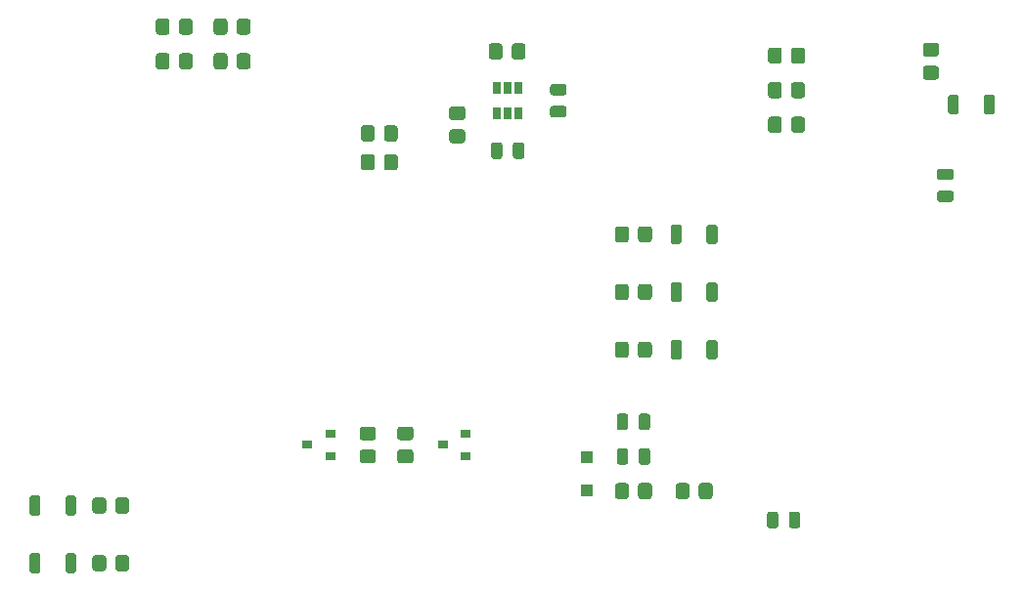
<source format=gbr>
G04 #@! TF.GenerationSoftware,KiCad,Pcbnew,(5.1.8-0-10_14)*
G04 #@! TF.CreationDate,2021-01-31T17:08:47-06:00*
G04 #@! TF.ProjectId,ClimateSprinklerController,436c696d-6174-4655-9370-72696e6b6c65,rev?*
G04 #@! TF.SameCoordinates,Original*
G04 #@! TF.FileFunction,Paste,Bot*
G04 #@! TF.FilePolarity,Positive*
%FSLAX46Y46*%
G04 Gerber Fmt 4.6, Leading zero omitted, Abs format (unit mm)*
G04 Created by KiCad (PCBNEW (5.1.8-0-10_14)) date 2021-01-31 17:08:47*
%MOMM*%
%LPD*%
G01*
G04 APERTURE LIST*
%ADD10R,1.100000X1.100000*%
%ADD11R,0.650000X1.060000*%
%ADD12R,0.900000X0.800000*%
G04 APERTURE END LIST*
G36*
G01*
X140100000Y-70799999D02*
X140100000Y-71700001D01*
G75*
G02*
X139850001Y-71950000I-249999J0D01*
G01*
X139149999Y-71950000D01*
G75*
G02*
X138900000Y-71700001I0J249999D01*
G01*
X138900000Y-70799999D01*
G75*
G02*
X139149999Y-70550000I249999J0D01*
G01*
X139850001Y-70550000D01*
G75*
G02*
X140100000Y-70799999I0J-249999D01*
G01*
G37*
G36*
G01*
X142100000Y-70799999D02*
X142100000Y-71700001D01*
G75*
G02*
X141850001Y-71950000I-249999J0D01*
G01*
X141149999Y-71950000D01*
G75*
G02*
X140900000Y-71700001I0J249999D01*
G01*
X140900000Y-70799999D01*
G75*
G02*
X141149999Y-70550000I249999J0D01*
G01*
X141850001Y-70550000D01*
G75*
G02*
X142100000Y-70799999I0J-249999D01*
G01*
G37*
G36*
G01*
X159549999Y-77150000D02*
X160450001Y-77150000D01*
G75*
G02*
X160700000Y-77399999I0J-249999D01*
G01*
X160700000Y-78100001D01*
G75*
G02*
X160450001Y-78350000I-249999J0D01*
G01*
X159549999Y-78350000D01*
G75*
G02*
X159300000Y-78100001I0J249999D01*
G01*
X159300000Y-77399999D01*
G75*
G02*
X159549999Y-77150000I249999J0D01*
G01*
G37*
G36*
G01*
X159549999Y-75150000D02*
X160450001Y-75150000D01*
G75*
G02*
X160700000Y-75399999I0J-249999D01*
G01*
X160700000Y-76100001D01*
G75*
G02*
X160450001Y-76350000I-249999J0D01*
G01*
X159549999Y-76350000D01*
G75*
G02*
X159300000Y-76100001I0J249999D01*
G01*
X159300000Y-75399999D01*
G75*
G02*
X159549999Y-75150000I249999J0D01*
G01*
G37*
D10*
X171250000Y-108400000D03*
X171250000Y-105600000D03*
G36*
G01*
X174850000Y-85799999D02*
X174850000Y-86700001D01*
G75*
G02*
X174600001Y-86950000I-249999J0D01*
G01*
X173899999Y-86950000D01*
G75*
G02*
X173650000Y-86700001I0J249999D01*
G01*
X173650000Y-85799999D01*
G75*
G02*
X173899999Y-85550000I249999J0D01*
G01*
X174600001Y-85550000D01*
G75*
G02*
X174850000Y-85799999I0J-249999D01*
G01*
G37*
G36*
G01*
X176850000Y-85799999D02*
X176850000Y-86700001D01*
G75*
G02*
X176600001Y-86950000I-249999J0D01*
G01*
X175899999Y-86950000D01*
G75*
G02*
X175650000Y-86700001I0J249999D01*
G01*
X175650000Y-85799999D01*
G75*
G02*
X175899999Y-85550000I249999J0D01*
G01*
X176600001Y-85550000D01*
G75*
G02*
X176850000Y-85799999I0J-249999D01*
G01*
G37*
G36*
G01*
X181575000Y-86935000D02*
X181575000Y-85565000D01*
G75*
G02*
X181765000Y-85375000I190000J0D01*
G01*
X182335000Y-85375000D01*
G75*
G02*
X182525000Y-85565000I0J-190000D01*
G01*
X182525000Y-86935000D01*
G75*
G02*
X182335000Y-87125000I-190000J0D01*
G01*
X181765000Y-87125000D01*
G75*
G02*
X181575000Y-86935000I0J190000D01*
G01*
G37*
G36*
G01*
X178475000Y-86935000D02*
X178475000Y-85565000D01*
G75*
G02*
X178665000Y-85375000I190000J0D01*
G01*
X179235000Y-85375000D01*
G75*
G02*
X179425000Y-85565000I0J-190000D01*
G01*
X179425000Y-86935000D01*
G75*
G02*
X179235000Y-87125000I-190000J0D01*
G01*
X178665000Y-87125000D01*
G75*
G02*
X178475000Y-86935000I0J190000D01*
G01*
G37*
D11*
X164360000Y-73570000D03*
X165310000Y-73570000D03*
X163410000Y-73570000D03*
X163410000Y-75770000D03*
X164360000Y-75770000D03*
X165310000Y-75770000D03*
G36*
G01*
X164710000Y-70845001D02*
X164710000Y-69944999D01*
G75*
G02*
X164959999Y-69695000I249999J0D01*
G01*
X165660001Y-69695000D01*
G75*
G02*
X165910000Y-69944999I0J-249999D01*
G01*
X165910000Y-70845001D01*
G75*
G02*
X165660001Y-71095000I-249999J0D01*
G01*
X164959999Y-71095000D01*
G75*
G02*
X164710000Y-70845001I0J249999D01*
G01*
G37*
G36*
G01*
X162710000Y-70845001D02*
X162710000Y-69944999D01*
G75*
G02*
X162959999Y-69695000I249999J0D01*
G01*
X163660001Y-69695000D01*
G75*
G02*
X163910000Y-69944999I0J-249999D01*
G01*
X163910000Y-70845001D01*
G75*
G02*
X163660001Y-71095000I-249999J0D01*
G01*
X162959999Y-71095000D01*
G75*
G02*
X162710000Y-70845001I0J249999D01*
G01*
G37*
G36*
G01*
X168275000Y-75120000D02*
X169225000Y-75120000D01*
G75*
G02*
X169475000Y-75370000I0J-250000D01*
G01*
X169475000Y-75870000D01*
G75*
G02*
X169225000Y-76120000I-250000J0D01*
G01*
X168275000Y-76120000D01*
G75*
G02*
X168025000Y-75870000I0J250000D01*
G01*
X168025000Y-75370000D01*
G75*
G02*
X168275000Y-75120000I250000J0D01*
G01*
G37*
G36*
G01*
X168275000Y-73220000D02*
X169225000Y-73220000D01*
G75*
G02*
X169475000Y-73470000I0J-250000D01*
G01*
X169475000Y-73970000D01*
G75*
G02*
X169225000Y-74220000I-250000J0D01*
G01*
X168275000Y-74220000D01*
G75*
G02*
X168025000Y-73970000I0J250000D01*
G01*
X168025000Y-73470000D01*
G75*
G02*
X168275000Y-73220000I250000J0D01*
G01*
G37*
G36*
G01*
X163910000Y-78525000D02*
X163910000Y-79475000D01*
G75*
G02*
X163660000Y-79725000I-250000J0D01*
G01*
X163160000Y-79725000D01*
G75*
G02*
X162910000Y-79475000I0J250000D01*
G01*
X162910000Y-78525000D01*
G75*
G02*
X163160000Y-78275000I250000J0D01*
G01*
X163660000Y-78275000D01*
G75*
G02*
X163910000Y-78525000I0J-250000D01*
G01*
G37*
G36*
G01*
X165810000Y-78525000D02*
X165810000Y-79475000D01*
G75*
G02*
X165560000Y-79725000I-250000J0D01*
G01*
X165060000Y-79725000D01*
G75*
G02*
X164810000Y-79475000I0J250000D01*
G01*
X164810000Y-78525000D01*
G75*
G02*
X165060000Y-78275000I250000J0D01*
G01*
X165560000Y-78275000D01*
G75*
G02*
X165810000Y-78525000I0J-250000D01*
G01*
G37*
G36*
G01*
X175700000Y-105975000D02*
X175700000Y-105025000D01*
G75*
G02*
X175950000Y-104775000I250000J0D01*
G01*
X176450000Y-104775000D01*
G75*
G02*
X176700000Y-105025000I0J-250000D01*
G01*
X176700000Y-105975000D01*
G75*
G02*
X176450000Y-106225000I-250000J0D01*
G01*
X175950000Y-106225000D01*
G75*
G02*
X175700000Y-105975000I0J250000D01*
G01*
G37*
G36*
G01*
X173800000Y-105975000D02*
X173800000Y-105025000D01*
G75*
G02*
X174050000Y-104775000I250000J0D01*
G01*
X174550000Y-104775000D01*
G75*
G02*
X174800000Y-105025000I0J-250000D01*
G01*
X174800000Y-105975000D01*
G75*
G02*
X174550000Y-106225000I-250000J0D01*
G01*
X174050000Y-106225000D01*
G75*
G02*
X173800000Y-105975000I0J250000D01*
G01*
G37*
G36*
G01*
X182100000Y-108049600D02*
X182100000Y-108950400D01*
G75*
G02*
X181850400Y-109200000I-249600J0D01*
G01*
X181149600Y-109200000D01*
G75*
G02*
X180900000Y-108950400I0J249600D01*
G01*
X180900000Y-108049600D01*
G75*
G02*
X181149600Y-107800000I249600J0D01*
G01*
X181850400Y-107800000D01*
G75*
G02*
X182100000Y-108049600I0J-249600D01*
G01*
G37*
G36*
G01*
X180100000Y-108049600D02*
X180100000Y-108950400D01*
G75*
G02*
X179850400Y-109200000I-249600J0D01*
G01*
X179149600Y-109200000D01*
G75*
G02*
X178900000Y-108950400I0J249600D01*
G01*
X178900000Y-108049600D01*
G75*
G02*
X179149600Y-107800000I249600J0D01*
G01*
X179850400Y-107800000D01*
G75*
G02*
X180100000Y-108049600I0J-249600D01*
G01*
G37*
G36*
G01*
X176850000Y-108049999D02*
X176850000Y-108950001D01*
G75*
G02*
X176600001Y-109200000I-249999J0D01*
G01*
X175899999Y-109200000D01*
G75*
G02*
X175650000Y-108950001I0J249999D01*
G01*
X175650000Y-108049999D01*
G75*
G02*
X175899999Y-107800000I249999J0D01*
G01*
X176600001Y-107800000D01*
G75*
G02*
X176850000Y-108049999I0J-249999D01*
G01*
G37*
G36*
G01*
X174850000Y-108049999D02*
X174850000Y-108950001D01*
G75*
G02*
X174600001Y-109200000I-249999J0D01*
G01*
X173899999Y-109200000D01*
G75*
G02*
X173650000Y-108950001I0J249999D01*
G01*
X173650000Y-108049999D01*
G75*
G02*
X173899999Y-107800000I249999J0D01*
G01*
X174600001Y-107800000D01*
G75*
G02*
X174850000Y-108049999I0J-249999D01*
G01*
G37*
G36*
G01*
X174850000Y-90799999D02*
X174850000Y-91700001D01*
G75*
G02*
X174600001Y-91950000I-249999J0D01*
G01*
X173899999Y-91950000D01*
G75*
G02*
X173650000Y-91700001I0J249999D01*
G01*
X173650000Y-90799999D01*
G75*
G02*
X173899999Y-90550000I249999J0D01*
G01*
X174600001Y-90550000D01*
G75*
G02*
X174850000Y-90799999I0J-249999D01*
G01*
G37*
G36*
G01*
X176850000Y-90799999D02*
X176850000Y-91700001D01*
G75*
G02*
X176600001Y-91950000I-249999J0D01*
G01*
X175899999Y-91950000D01*
G75*
G02*
X175650000Y-91700001I0J249999D01*
G01*
X175650000Y-90799999D01*
G75*
G02*
X175899999Y-90550000I249999J0D01*
G01*
X176600001Y-90550000D01*
G75*
G02*
X176850000Y-90799999I0J-249999D01*
G01*
G37*
G36*
G01*
X174850000Y-95799999D02*
X174850000Y-96700001D01*
G75*
G02*
X174600001Y-96950000I-249999J0D01*
G01*
X173899999Y-96950000D01*
G75*
G02*
X173650000Y-96700001I0J249999D01*
G01*
X173650000Y-95799999D01*
G75*
G02*
X173899999Y-95550000I249999J0D01*
G01*
X174600001Y-95550000D01*
G75*
G02*
X174850000Y-95799999I0J-249999D01*
G01*
G37*
G36*
G01*
X176850000Y-95799999D02*
X176850000Y-96700001D01*
G75*
G02*
X176600001Y-96950000I-249999J0D01*
G01*
X175899999Y-96950000D01*
G75*
G02*
X175650000Y-96700001I0J249999D01*
G01*
X175650000Y-95799999D01*
G75*
G02*
X175899999Y-95550000I249999J0D01*
G01*
X176600001Y-95550000D01*
G75*
G02*
X176850000Y-95799999I0J-249999D01*
G01*
G37*
G36*
G01*
X181575000Y-91935000D02*
X181575000Y-90565000D01*
G75*
G02*
X181765000Y-90375000I190000J0D01*
G01*
X182335000Y-90375000D01*
G75*
G02*
X182525000Y-90565000I0J-190000D01*
G01*
X182525000Y-91935000D01*
G75*
G02*
X182335000Y-92125000I-190000J0D01*
G01*
X181765000Y-92125000D01*
G75*
G02*
X181575000Y-91935000I0J190000D01*
G01*
G37*
G36*
G01*
X178475000Y-91935000D02*
X178475000Y-90565000D01*
G75*
G02*
X178665000Y-90375000I190000J0D01*
G01*
X179235000Y-90375000D01*
G75*
G02*
X179425000Y-90565000I0J-190000D01*
G01*
X179425000Y-91935000D01*
G75*
G02*
X179235000Y-92125000I-190000J0D01*
G01*
X178665000Y-92125000D01*
G75*
G02*
X178475000Y-91935000I0J190000D01*
G01*
G37*
G36*
G01*
X181575000Y-96935000D02*
X181575000Y-95565000D01*
G75*
G02*
X181765000Y-95375000I190000J0D01*
G01*
X182335000Y-95375000D01*
G75*
G02*
X182525000Y-95565000I0J-190000D01*
G01*
X182525000Y-96935000D01*
G75*
G02*
X182335000Y-97125000I-190000J0D01*
G01*
X181765000Y-97125000D01*
G75*
G02*
X181575000Y-96935000I0J190000D01*
G01*
G37*
G36*
G01*
X178475000Y-96935000D02*
X178475000Y-95565000D01*
G75*
G02*
X178665000Y-95375000I190000J0D01*
G01*
X179235000Y-95375000D01*
G75*
G02*
X179425000Y-95565000I0J-190000D01*
G01*
X179425000Y-96935000D01*
G75*
G02*
X179235000Y-97125000I-190000J0D01*
G01*
X178665000Y-97125000D01*
G75*
G02*
X178475000Y-96935000I0J190000D01*
G01*
G37*
G36*
G01*
X175700000Y-102975000D02*
X175700000Y-102025000D01*
G75*
G02*
X175950000Y-101775000I250000J0D01*
G01*
X176450000Y-101775000D01*
G75*
G02*
X176700000Y-102025000I0J-250000D01*
G01*
X176700000Y-102975000D01*
G75*
G02*
X176450000Y-103225000I-250000J0D01*
G01*
X175950000Y-103225000D01*
G75*
G02*
X175700000Y-102975000I0J250000D01*
G01*
G37*
G36*
G01*
X173800000Y-102975000D02*
X173800000Y-102025000D01*
G75*
G02*
X174050000Y-101775000I250000J0D01*
G01*
X174550000Y-101775000D01*
G75*
G02*
X174800000Y-102025000I0J-250000D01*
G01*
X174800000Y-102975000D01*
G75*
G02*
X174550000Y-103225000I-250000J0D01*
G01*
X174050000Y-103225000D01*
G75*
G02*
X173800000Y-102975000I0J250000D01*
G01*
G37*
G36*
G01*
X155049999Y-104900000D02*
X155950001Y-104900000D01*
G75*
G02*
X156200000Y-105149999I0J-249999D01*
G01*
X156200000Y-105850001D01*
G75*
G02*
X155950001Y-106100000I-249999J0D01*
G01*
X155049999Y-106100000D01*
G75*
G02*
X154800000Y-105850001I0J249999D01*
G01*
X154800000Y-105149999D01*
G75*
G02*
X155049999Y-104900000I249999J0D01*
G01*
G37*
G36*
G01*
X155049999Y-102900000D02*
X155950001Y-102900000D01*
G75*
G02*
X156200000Y-103149999I0J-249999D01*
G01*
X156200000Y-103850001D01*
G75*
G02*
X155950001Y-104100000I-249999J0D01*
G01*
X155049999Y-104100000D01*
G75*
G02*
X154800000Y-103850001I0J249999D01*
G01*
X154800000Y-103149999D01*
G75*
G02*
X155049999Y-102900000I249999J0D01*
G01*
G37*
G36*
G01*
X152700001Y-106100000D02*
X151799999Y-106100000D01*
G75*
G02*
X151550000Y-105850001I0J249999D01*
G01*
X151550000Y-105149999D01*
G75*
G02*
X151799999Y-104900000I249999J0D01*
G01*
X152700001Y-104900000D01*
G75*
G02*
X152950000Y-105149999I0J-249999D01*
G01*
X152950000Y-105850001D01*
G75*
G02*
X152700001Y-106100000I-249999J0D01*
G01*
G37*
G36*
G01*
X152700001Y-104100000D02*
X151799999Y-104100000D01*
G75*
G02*
X151550000Y-103850001I0J249999D01*
G01*
X151550000Y-103149999D01*
G75*
G02*
X151799999Y-102900000I249999J0D01*
G01*
X152700001Y-102900000D01*
G75*
G02*
X152950000Y-103149999I0J-249999D01*
G01*
X152950000Y-103850001D01*
G75*
G02*
X152700001Y-104100000I-249999J0D01*
G01*
G37*
D12*
X149000000Y-103550000D03*
X149000000Y-105450000D03*
X147000000Y-104500000D03*
X160750000Y-103550000D03*
X160750000Y-105450000D03*
X158750000Y-104500000D03*
G36*
G01*
X186900000Y-71200001D02*
X186900000Y-70299999D01*
G75*
G02*
X187149999Y-70050000I249999J0D01*
G01*
X187850001Y-70050000D01*
G75*
G02*
X188100000Y-70299999I0J-249999D01*
G01*
X188100000Y-71200001D01*
G75*
G02*
X187850001Y-71450000I-249999J0D01*
G01*
X187149999Y-71450000D01*
G75*
G02*
X186900000Y-71200001I0J249999D01*
G01*
G37*
G36*
G01*
X188900000Y-71200001D02*
X188900000Y-70299999D01*
G75*
G02*
X189149999Y-70050000I249999J0D01*
G01*
X189850001Y-70050000D01*
G75*
G02*
X190100000Y-70299999I0J-249999D01*
G01*
X190100000Y-71200001D01*
G75*
G02*
X189850001Y-71450000I-249999J0D01*
G01*
X189149999Y-71450000D01*
G75*
G02*
X188900000Y-71200001I0J249999D01*
G01*
G37*
G36*
G01*
X142100000Y-67799999D02*
X142100000Y-68700001D01*
G75*
G02*
X141850001Y-68950000I-249999J0D01*
G01*
X141149999Y-68950000D01*
G75*
G02*
X140900000Y-68700001I0J249999D01*
G01*
X140900000Y-67799999D01*
G75*
G02*
X141149999Y-67550000I249999J0D01*
G01*
X141850001Y-67550000D01*
G75*
G02*
X142100000Y-67799999I0J-249999D01*
G01*
G37*
G36*
G01*
X140100000Y-67799999D02*
X140100000Y-68700001D01*
G75*
G02*
X139850001Y-68950000I-249999J0D01*
G01*
X139149999Y-68950000D01*
G75*
G02*
X138900000Y-68700001I0J249999D01*
G01*
X138900000Y-67799999D01*
G75*
G02*
X139149999Y-67550000I249999J0D01*
G01*
X139850001Y-67550000D01*
G75*
G02*
X140100000Y-67799999I0J-249999D01*
G01*
G37*
G36*
G01*
X128400000Y-115200001D02*
X128400000Y-114299999D01*
G75*
G02*
X128649999Y-114050000I249999J0D01*
G01*
X129350001Y-114050000D01*
G75*
G02*
X129600000Y-114299999I0J-249999D01*
G01*
X129600000Y-115200001D01*
G75*
G02*
X129350001Y-115450000I-249999J0D01*
G01*
X128649999Y-115450000D01*
G75*
G02*
X128400000Y-115200001I0J249999D01*
G01*
G37*
G36*
G01*
X130400000Y-115200001D02*
X130400000Y-114299999D01*
G75*
G02*
X130649999Y-114050000I249999J0D01*
G01*
X131350001Y-114050000D01*
G75*
G02*
X131600000Y-114299999I0J-249999D01*
G01*
X131600000Y-115200001D01*
G75*
G02*
X131350001Y-115450000I-249999J0D01*
G01*
X130649999Y-115450000D01*
G75*
G02*
X130400000Y-115200001I0J249999D01*
G01*
G37*
G36*
G01*
X200549999Y-69650000D02*
X201450001Y-69650000D01*
G75*
G02*
X201700000Y-69899999I0J-249999D01*
G01*
X201700000Y-70600001D01*
G75*
G02*
X201450001Y-70850000I-249999J0D01*
G01*
X200549999Y-70850000D01*
G75*
G02*
X200300000Y-70600001I0J249999D01*
G01*
X200300000Y-69899999D01*
G75*
G02*
X200549999Y-69650000I249999J0D01*
G01*
G37*
G36*
G01*
X200549999Y-71650000D02*
X201450001Y-71650000D01*
G75*
G02*
X201700000Y-71899999I0J-249999D01*
G01*
X201700000Y-72600001D01*
G75*
G02*
X201450001Y-72850000I-249999J0D01*
G01*
X200549999Y-72850000D01*
G75*
G02*
X200300000Y-72600001I0J249999D01*
G01*
X200300000Y-71899999D01*
G75*
G02*
X200549999Y-71650000I249999J0D01*
G01*
G37*
G36*
G01*
X133900000Y-68700001D02*
X133900000Y-67799999D01*
G75*
G02*
X134149999Y-67550000I249999J0D01*
G01*
X134850001Y-67550000D01*
G75*
G02*
X135100000Y-67799999I0J-249999D01*
G01*
X135100000Y-68700001D01*
G75*
G02*
X134850001Y-68950000I-249999J0D01*
G01*
X134149999Y-68950000D01*
G75*
G02*
X133900000Y-68700001I0J249999D01*
G01*
G37*
G36*
G01*
X135900000Y-68700001D02*
X135900000Y-67799999D01*
G75*
G02*
X136149999Y-67550000I249999J0D01*
G01*
X136850001Y-67550000D01*
G75*
G02*
X137100000Y-67799999I0J-249999D01*
G01*
X137100000Y-68700001D01*
G75*
G02*
X136850001Y-68950000I-249999J0D01*
G01*
X136149999Y-68950000D01*
G75*
G02*
X135900000Y-68700001I0J249999D01*
G01*
G37*
G36*
G01*
X137100000Y-70799999D02*
X137100000Y-71700001D01*
G75*
G02*
X136850001Y-71950000I-249999J0D01*
G01*
X136149999Y-71950000D01*
G75*
G02*
X135900000Y-71700001I0J249999D01*
G01*
X135900000Y-70799999D01*
G75*
G02*
X136149999Y-70550000I249999J0D01*
G01*
X136850001Y-70550000D01*
G75*
G02*
X137100000Y-70799999I0J-249999D01*
G01*
G37*
G36*
G01*
X135100000Y-70799999D02*
X135100000Y-71700001D01*
G75*
G02*
X134850001Y-71950000I-249999J0D01*
G01*
X134149999Y-71950000D01*
G75*
G02*
X133900000Y-71700001I0J249999D01*
G01*
X133900000Y-70799999D01*
G75*
G02*
X134149999Y-70550000I249999J0D01*
G01*
X134850001Y-70550000D01*
G75*
G02*
X135100000Y-70799999I0J-249999D01*
G01*
G37*
G36*
G01*
X131600000Y-109299999D02*
X131600000Y-110200001D01*
G75*
G02*
X131350001Y-110450000I-249999J0D01*
G01*
X130649999Y-110450000D01*
G75*
G02*
X130400000Y-110200001I0J249999D01*
G01*
X130400000Y-109299999D01*
G75*
G02*
X130649999Y-109050000I249999J0D01*
G01*
X131350001Y-109050000D01*
G75*
G02*
X131600000Y-109299999I0J-249999D01*
G01*
G37*
G36*
G01*
X129600000Y-109299999D02*
X129600000Y-110200001D01*
G75*
G02*
X129350001Y-110450000I-249999J0D01*
G01*
X128649999Y-110450000D01*
G75*
G02*
X128400000Y-110200001I0J249999D01*
G01*
X128400000Y-109299999D01*
G75*
G02*
X128649999Y-109050000I249999J0D01*
G01*
X129350001Y-109050000D01*
G75*
G02*
X129600000Y-109299999I0J-249999D01*
G01*
G37*
G36*
G01*
X190100000Y-76299999D02*
X190100000Y-77200001D01*
G75*
G02*
X189850001Y-77450000I-249999J0D01*
G01*
X189149999Y-77450000D01*
G75*
G02*
X188900000Y-77200001I0J249999D01*
G01*
X188900000Y-76299999D01*
G75*
G02*
X189149999Y-76050000I249999J0D01*
G01*
X189850001Y-76050000D01*
G75*
G02*
X190100000Y-76299999I0J-249999D01*
G01*
G37*
G36*
G01*
X188100000Y-76299999D02*
X188100000Y-77200001D01*
G75*
G02*
X187850001Y-77450000I-249999J0D01*
G01*
X187149999Y-77450000D01*
G75*
G02*
X186900000Y-77200001I0J249999D01*
G01*
X186900000Y-76299999D01*
G75*
G02*
X187149999Y-76050000I249999J0D01*
G01*
X187850001Y-76050000D01*
G75*
G02*
X188100000Y-76299999I0J-249999D01*
G01*
G37*
G36*
G01*
X190100000Y-73299999D02*
X190100000Y-74200001D01*
G75*
G02*
X189850001Y-74450000I-249999J0D01*
G01*
X189149999Y-74450000D01*
G75*
G02*
X188900000Y-74200001I0J249999D01*
G01*
X188900000Y-73299999D01*
G75*
G02*
X189149999Y-73050000I249999J0D01*
G01*
X189850001Y-73050000D01*
G75*
G02*
X190100000Y-73299999I0J-249999D01*
G01*
G37*
G36*
G01*
X188100000Y-73299999D02*
X188100000Y-74200001D01*
G75*
G02*
X187850001Y-74450000I-249999J0D01*
G01*
X187149999Y-74450000D01*
G75*
G02*
X186900000Y-74200001I0J249999D01*
G01*
X186900000Y-73299999D01*
G75*
G02*
X187149999Y-73050000I249999J0D01*
G01*
X187850001Y-73050000D01*
G75*
G02*
X188100000Y-73299999I0J-249999D01*
G01*
G37*
G36*
G01*
X154850000Y-79549999D02*
X154850000Y-80450001D01*
G75*
G02*
X154600001Y-80700000I-249999J0D01*
G01*
X153899999Y-80700000D01*
G75*
G02*
X153650000Y-80450001I0J249999D01*
G01*
X153650000Y-79549999D01*
G75*
G02*
X153899999Y-79300000I249999J0D01*
G01*
X154600001Y-79300000D01*
G75*
G02*
X154850000Y-79549999I0J-249999D01*
G01*
G37*
G36*
G01*
X152850000Y-79549999D02*
X152850000Y-80450001D01*
G75*
G02*
X152600001Y-80700000I-249999J0D01*
G01*
X151899999Y-80700000D01*
G75*
G02*
X151650000Y-80450001I0J249999D01*
G01*
X151650000Y-79549999D01*
G75*
G02*
X151899999Y-79300000I249999J0D01*
G01*
X152600001Y-79300000D01*
G75*
G02*
X152850000Y-79549999I0J-249999D01*
G01*
G37*
G36*
G01*
X152850000Y-77049999D02*
X152850000Y-77950001D01*
G75*
G02*
X152600001Y-78200000I-249999J0D01*
G01*
X151899999Y-78200000D01*
G75*
G02*
X151650000Y-77950001I0J249999D01*
G01*
X151650000Y-77049999D01*
G75*
G02*
X151899999Y-76800000I249999J0D01*
G01*
X152600001Y-76800000D01*
G75*
G02*
X152850000Y-77049999I0J-249999D01*
G01*
G37*
G36*
G01*
X154850000Y-77049999D02*
X154850000Y-77950001D01*
G75*
G02*
X154600001Y-78200000I-249999J0D01*
G01*
X153899999Y-78200000D01*
G75*
G02*
X153650000Y-77950001I0J249999D01*
G01*
X153650000Y-77049999D01*
G75*
G02*
X153899999Y-76800000I249999J0D01*
G01*
X154600001Y-76800000D01*
G75*
G02*
X154850000Y-77049999I0J-249999D01*
G01*
G37*
G36*
G01*
X202725000Y-83450000D02*
X201775000Y-83450000D01*
G75*
G02*
X201525000Y-83200000I0J250000D01*
G01*
X201525000Y-82700000D01*
G75*
G02*
X201775000Y-82450000I250000J0D01*
G01*
X202725000Y-82450000D01*
G75*
G02*
X202975000Y-82700000I0J-250000D01*
G01*
X202975000Y-83200000D01*
G75*
G02*
X202725000Y-83450000I-250000J0D01*
G01*
G37*
G36*
G01*
X202725000Y-81550000D02*
X201775000Y-81550000D01*
G75*
G02*
X201525000Y-81300000I0J250000D01*
G01*
X201525000Y-80800000D01*
G75*
G02*
X201775000Y-80550000I250000J0D01*
G01*
X202725000Y-80550000D01*
G75*
G02*
X202975000Y-80800000I0J-250000D01*
G01*
X202975000Y-81300000D01*
G75*
G02*
X202725000Y-81550000I-250000J0D01*
G01*
G37*
G36*
G01*
X188700000Y-111475000D02*
X188700000Y-110525000D01*
G75*
G02*
X188950000Y-110275000I250000J0D01*
G01*
X189450000Y-110275000D01*
G75*
G02*
X189700000Y-110525000I0J-250000D01*
G01*
X189700000Y-111475000D01*
G75*
G02*
X189450000Y-111725000I-250000J0D01*
G01*
X188950000Y-111725000D01*
G75*
G02*
X188700000Y-111475000I0J250000D01*
G01*
G37*
G36*
G01*
X186800000Y-111475000D02*
X186800000Y-110525000D01*
G75*
G02*
X187050000Y-110275000I250000J0D01*
G01*
X187550000Y-110275000D01*
G75*
G02*
X187800000Y-110525000I0J-250000D01*
G01*
X187800000Y-111475000D01*
G75*
G02*
X187550000Y-111725000I-250000J0D01*
G01*
X187050000Y-111725000D01*
G75*
G02*
X186800000Y-111475000I0J250000D01*
G01*
G37*
G36*
G01*
X122975000Y-115435000D02*
X122975000Y-114065000D01*
G75*
G02*
X123165000Y-113875000I190000J0D01*
G01*
X123735000Y-113875000D01*
G75*
G02*
X123925000Y-114065000I0J-190000D01*
G01*
X123925000Y-115435000D01*
G75*
G02*
X123735000Y-115625000I-190000J0D01*
G01*
X123165000Y-115625000D01*
G75*
G02*
X122975000Y-115435000I0J190000D01*
G01*
G37*
G36*
G01*
X126075000Y-115435000D02*
X126075000Y-114065000D01*
G75*
G02*
X126265000Y-113875000I190000J0D01*
G01*
X126835000Y-113875000D01*
G75*
G02*
X127025000Y-114065000I0J-190000D01*
G01*
X127025000Y-115435000D01*
G75*
G02*
X126835000Y-115625000I-190000J0D01*
G01*
X126265000Y-115625000D01*
G75*
G02*
X126075000Y-115435000I0J190000D01*
G01*
G37*
G36*
G01*
X205575000Y-75685000D02*
X205575000Y-74315000D01*
G75*
G02*
X205765000Y-74125000I190000J0D01*
G01*
X206335000Y-74125000D01*
G75*
G02*
X206525000Y-74315000I0J-190000D01*
G01*
X206525000Y-75685000D01*
G75*
G02*
X206335000Y-75875000I-190000J0D01*
G01*
X205765000Y-75875000D01*
G75*
G02*
X205575000Y-75685000I0J190000D01*
G01*
G37*
G36*
G01*
X202475000Y-75685000D02*
X202475000Y-74315000D01*
G75*
G02*
X202665000Y-74125000I190000J0D01*
G01*
X203235000Y-74125000D01*
G75*
G02*
X203425000Y-74315000I0J-190000D01*
G01*
X203425000Y-75685000D01*
G75*
G02*
X203235000Y-75875000I-190000J0D01*
G01*
X202665000Y-75875000D01*
G75*
G02*
X202475000Y-75685000I0J190000D01*
G01*
G37*
G36*
G01*
X126075000Y-110435000D02*
X126075000Y-109065000D01*
G75*
G02*
X126265000Y-108875000I190000J0D01*
G01*
X126835000Y-108875000D01*
G75*
G02*
X127025000Y-109065000I0J-190000D01*
G01*
X127025000Y-110435000D01*
G75*
G02*
X126835000Y-110625000I-190000J0D01*
G01*
X126265000Y-110625000D01*
G75*
G02*
X126075000Y-110435000I0J190000D01*
G01*
G37*
G36*
G01*
X122975000Y-110435000D02*
X122975000Y-109065000D01*
G75*
G02*
X123165000Y-108875000I190000J0D01*
G01*
X123735000Y-108875000D01*
G75*
G02*
X123925000Y-109065000I0J-190000D01*
G01*
X123925000Y-110435000D01*
G75*
G02*
X123735000Y-110625000I-190000J0D01*
G01*
X123165000Y-110625000D01*
G75*
G02*
X122975000Y-110435000I0J190000D01*
G01*
G37*
M02*

</source>
